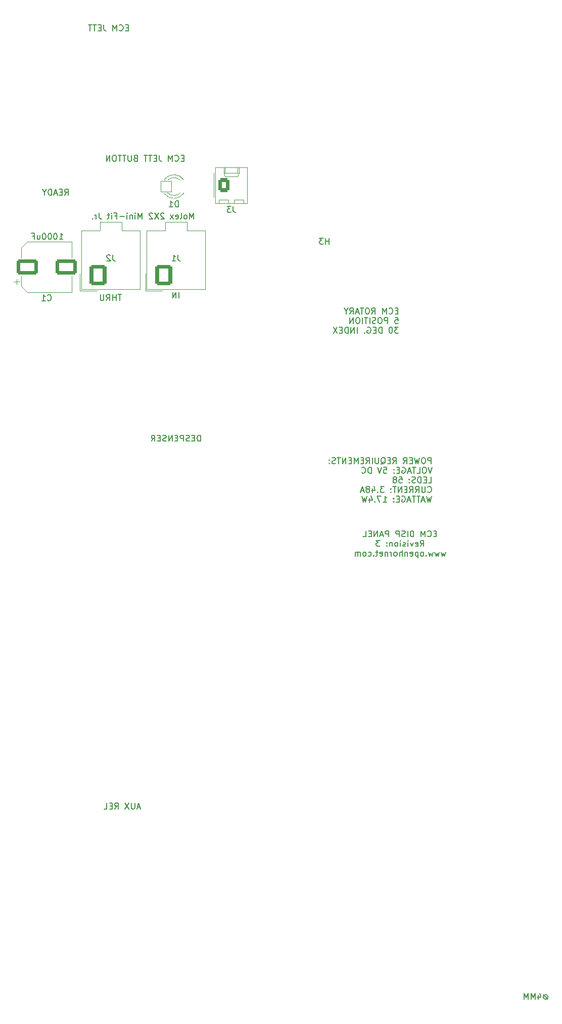
<source format=gbr>
%TF.GenerationSoftware,KiCad,Pcbnew,(6.0.9)*%
%TF.CreationDate,2023-03-29T20:10:42-08:00*%
%TF.ProjectId,ECM DISP PANEL,45434d20-4449-4535-9020-50414e454c2e,3*%
%TF.SameCoordinates,Original*%
%TF.FileFunction,Legend,Bot*%
%TF.FilePolarity,Positive*%
%FSLAX46Y46*%
G04 Gerber Fmt 4.6, Leading zero omitted, Abs format (unit mm)*
G04 Created by KiCad (PCBNEW (6.0.9)) date 2023-03-29 20:10:42*
%MOMM*%
%LPD*%
G01*
G04 APERTURE LIST*
G04 Aperture macros list*
%AMRoundRect*
0 Rectangle with rounded corners*
0 $1 Rounding radius*
0 $2 $3 $4 $5 $6 $7 $8 $9 X,Y pos of 4 corners*
0 Add a 4 corners polygon primitive as box body*
4,1,4,$2,$3,$4,$5,$6,$7,$8,$9,$2,$3,0*
0 Add four circle primitives for the rounded corners*
1,1,$1+$1,$2,$3*
1,1,$1+$1,$4,$5*
1,1,$1+$1,$6,$7*
1,1,$1+$1,$8,$9*
0 Add four rect primitives between the rounded corners*
20,1,$1+$1,$2,$3,$4,$5,0*
20,1,$1+$1,$4,$5,$6,$7,0*
20,1,$1+$1,$6,$7,$8,$9,0*
20,1,$1+$1,$8,$9,$2,$3,0*%
G04 Aperture macros list end*
%ADD10C,0.150000*%
%ADD11C,0.120000*%
%ADD12C,1.800000*%
%ADD13C,4.600000*%
%ADD14RoundRect,0.300001X-1.099999X-1.399999X1.099999X-1.399999X1.099999X1.399999X-1.099999X1.399999X0*%
%ADD15O,2.800000X3.400000*%
%ADD16RoundRect,0.300000X-1.500000X-1.000000X1.500000X-1.000000X1.500000X1.000000X-1.500000X1.000000X0*%
%ADD17RoundRect,0.050000X-0.900000X-0.900000X0.900000X-0.900000X0.900000X0.900000X-0.900000X0.900000X0*%
%ADD18C,1.900000*%
%ADD19RoundRect,0.300000X-0.620000X-0.845000X0.620000X-0.845000X0.620000X0.845000X-0.620000X0.845000X0*%
%ADD20O,1.840000X2.290000*%
G04 APERTURE END LIST*
D10*
X150278885Y-195372076D02*
X150088409Y-195372076D01*
X149897933Y-195467314D01*
X149802695Y-195657790D01*
X149802695Y-195848266D01*
X149897933Y-196038742D01*
X150088409Y-196133980D01*
X150278885Y-196133980D01*
X150469361Y-196038742D01*
X150564600Y-195848266D01*
X150564600Y-195657790D01*
X150469361Y-195467314D01*
X150278885Y-195372076D01*
X149802695Y-195372076D02*
X150564600Y-196133980D01*
X148897933Y-195467314D02*
X148897933Y-196133980D01*
X149136028Y-195086361D02*
X149374123Y-195800647D01*
X148755076Y-195800647D01*
X148374123Y-196133980D02*
X148374123Y-195133980D01*
X148040790Y-195848266D01*
X147707457Y-195133980D01*
X147707457Y-196133980D01*
X147231266Y-196133980D02*
X147231266Y-195133980D01*
X146897933Y-195848266D01*
X146564600Y-195133980D01*
X146564600Y-196133980D01*
X80223904Y-33456571D02*
X79890571Y-33456571D01*
X79747714Y-33980380D02*
X80223904Y-33980380D01*
X80223904Y-32980380D01*
X79747714Y-32980380D01*
X78747714Y-33885142D02*
X78795333Y-33932761D01*
X78938190Y-33980380D01*
X79033428Y-33980380D01*
X79176285Y-33932761D01*
X79271523Y-33837523D01*
X79319142Y-33742285D01*
X79366761Y-33551809D01*
X79366761Y-33408952D01*
X79319142Y-33218476D01*
X79271523Y-33123238D01*
X79176285Y-33028000D01*
X79033428Y-32980380D01*
X78938190Y-32980380D01*
X78795333Y-33028000D01*
X78747714Y-33075619D01*
X78319142Y-33980380D02*
X78319142Y-32980380D01*
X77985809Y-33694666D01*
X77652476Y-32980380D01*
X77652476Y-33980380D01*
X76128666Y-32980380D02*
X76128666Y-33694666D01*
X76176285Y-33837523D01*
X76271523Y-33932761D01*
X76414380Y-33980380D01*
X76509619Y-33980380D01*
X75652476Y-33456571D02*
X75319142Y-33456571D01*
X75176285Y-33980380D02*
X75652476Y-33980380D01*
X75652476Y-32980380D01*
X75176285Y-32980380D01*
X74890571Y-32980380D02*
X74319142Y-32980380D01*
X74604857Y-33980380D02*
X74604857Y-32980380D01*
X74128666Y-32980380D02*
X73557238Y-32980380D01*
X73842952Y-33980380D02*
X73842952Y-32980380D01*
X69572000Y-61502380D02*
X69905333Y-61026190D01*
X70143428Y-61502380D02*
X70143428Y-60502380D01*
X69762476Y-60502380D01*
X69667238Y-60550000D01*
X69619619Y-60597619D01*
X69572000Y-60692857D01*
X69572000Y-60835714D01*
X69619619Y-60930952D01*
X69667238Y-60978571D01*
X69762476Y-61026190D01*
X70143428Y-61026190D01*
X69143428Y-60978571D02*
X68810095Y-60978571D01*
X68667238Y-61502380D02*
X69143428Y-61502380D01*
X69143428Y-60502380D01*
X68667238Y-60502380D01*
X68286285Y-61216666D02*
X67810095Y-61216666D01*
X68381523Y-61502380D02*
X68048190Y-60502380D01*
X67714857Y-61502380D01*
X67381523Y-61502380D02*
X67381523Y-60502380D01*
X67143428Y-60502380D01*
X67000571Y-60550000D01*
X66905333Y-60645238D01*
X66857714Y-60740476D01*
X66810095Y-60930952D01*
X66810095Y-61073809D01*
X66857714Y-61264285D01*
X66905333Y-61359523D01*
X67000571Y-61454761D01*
X67143428Y-61502380D01*
X67381523Y-61502380D01*
X66191047Y-61026190D02*
X66191047Y-61502380D01*
X66524380Y-60502380D02*
X66191047Y-61026190D01*
X65857714Y-60502380D01*
X79083333Y-78152380D02*
X78511904Y-78152380D01*
X78797619Y-79152380D02*
X78797619Y-78152380D01*
X78178571Y-79152380D02*
X78178571Y-78152380D01*
X78178571Y-78628571D02*
X77607142Y-78628571D01*
X77607142Y-79152380D02*
X77607142Y-78152380D01*
X76559523Y-79152380D02*
X76892857Y-78676190D01*
X77130952Y-79152380D02*
X77130952Y-78152380D01*
X76750000Y-78152380D01*
X76654761Y-78200000D01*
X76607142Y-78247619D01*
X76559523Y-78342857D01*
X76559523Y-78485714D01*
X76607142Y-78580952D01*
X76654761Y-78628571D01*
X76750000Y-78676190D01*
X77130952Y-78676190D01*
X76130952Y-78152380D02*
X76130952Y-78961904D01*
X76083333Y-79057142D01*
X76035714Y-79104761D01*
X75940476Y-79152380D01*
X75750000Y-79152380D01*
X75654761Y-79104761D01*
X75607142Y-79057142D01*
X75559523Y-78961904D01*
X75559523Y-78152380D01*
X91152380Y-65502380D02*
X91152380Y-64502380D01*
X90819047Y-65216666D01*
X90485714Y-64502380D01*
X90485714Y-65502380D01*
X89866666Y-65502380D02*
X89961904Y-65454761D01*
X90009523Y-65407142D01*
X90057142Y-65311904D01*
X90057142Y-65026190D01*
X90009523Y-64930952D01*
X89961904Y-64883333D01*
X89866666Y-64835714D01*
X89723809Y-64835714D01*
X89628571Y-64883333D01*
X89580952Y-64930952D01*
X89533333Y-65026190D01*
X89533333Y-65311904D01*
X89580952Y-65407142D01*
X89628571Y-65454761D01*
X89723809Y-65502380D01*
X89866666Y-65502380D01*
X88961904Y-65502380D02*
X89057142Y-65454761D01*
X89104761Y-65359523D01*
X89104761Y-64502380D01*
X88200000Y-65454761D02*
X88295238Y-65502380D01*
X88485714Y-65502380D01*
X88580952Y-65454761D01*
X88628571Y-65359523D01*
X88628571Y-64978571D01*
X88580952Y-64883333D01*
X88485714Y-64835714D01*
X88295238Y-64835714D01*
X88200000Y-64883333D01*
X88152380Y-64978571D01*
X88152380Y-65073809D01*
X88628571Y-65169047D01*
X87819047Y-65502380D02*
X87295238Y-64835714D01*
X87819047Y-64835714D02*
X87295238Y-65502380D01*
X86200000Y-64597619D02*
X86152380Y-64550000D01*
X86057142Y-64502380D01*
X85819047Y-64502380D01*
X85723809Y-64550000D01*
X85676190Y-64597619D01*
X85628571Y-64692857D01*
X85628571Y-64788095D01*
X85676190Y-64930952D01*
X86247619Y-65502380D01*
X85628571Y-65502380D01*
X85295238Y-64502380D02*
X84628571Y-65502380D01*
X84628571Y-64502380D02*
X85295238Y-65502380D01*
X84295238Y-64597619D02*
X84247619Y-64550000D01*
X84152380Y-64502380D01*
X83914285Y-64502380D01*
X83819047Y-64550000D01*
X83771428Y-64597619D01*
X83723809Y-64692857D01*
X83723809Y-64788095D01*
X83771428Y-64930952D01*
X84342857Y-65502380D01*
X83723809Y-65502380D01*
X82533333Y-65502380D02*
X82533333Y-64502380D01*
X82200000Y-65216666D01*
X81866666Y-64502380D01*
X81866666Y-65502380D01*
X81390476Y-65502380D02*
X81390476Y-64835714D01*
X81390476Y-64502380D02*
X81438095Y-64550000D01*
X81390476Y-64597619D01*
X81342857Y-64550000D01*
X81390476Y-64502380D01*
X81390476Y-64597619D01*
X80914285Y-64835714D02*
X80914285Y-65502380D01*
X80914285Y-64930952D02*
X80866666Y-64883333D01*
X80771428Y-64835714D01*
X80628571Y-64835714D01*
X80533333Y-64883333D01*
X80485714Y-64978571D01*
X80485714Y-65502380D01*
X80009523Y-65502380D02*
X80009523Y-64835714D01*
X80009523Y-64502380D02*
X80057142Y-64550000D01*
X80009523Y-64597619D01*
X79961904Y-64550000D01*
X80009523Y-64502380D01*
X80009523Y-64597619D01*
X79533333Y-65121428D02*
X78771428Y-65121428D01*
X77961904Y-64978571D02*
X78295238Y-64978571D01*
X78295238Y-65502380D02*
X78295238Y-64502380D01*
X77819047Y-64502380D01*
X77438095Y-65502380D02*
X77438095Y-64835714D01*
X77438095Y-64502380D02*
X77485714Y-64550000D01*
X77438095Y-64597619D01*
X77390476Y-64550000D01*
X77438095Y-64502380D01*
X77438095Y-64597619D01*
X77104761Y-64835714D02*
X76723809Y-64835714D01*
X76961904Y-64502380D02*
X76961904Y-65359523D01*
X76914285Y-65454761D01*
X76819047Y-65502380D01*
X76723809Y-65502380D01*
X75342857Y-64502380D02*
X75342857Y-65216666D01*
X75390476Y-65359523D01*
X75485714Y-65454761D01*
X75628571Y-65502380D01*
X75723809Y-65502380D01*
X74866666Y-65502380D02*
X74866666Y-64835714D01*
X74866666Y-65026190D02*
X74819047Y-64930952D01*
X74771428Y-64883333D01*
X74676190Y-64835714D01*
X74580952Y-64835714D01*
X74247619Y-65407142D02*
X74200000Y-65454761D01*
X74247619Y-65502380D01*
X74295238Y-65454761D01*
X74247619Y-65407142D01*
X74247619Y-65502380D01*
X88723809Y-78752380D02*
X88723809Y-77752380D01*
X88247619Y-78752380D02*
X88247619Y-77752380D01*
X87676190Y-78752380D01*
X87676190Y-77752380D01*
X131850600Y-118189693D02*
X131517267Y-118189693D01*
X131374410Y-118713502D02*
X131850600Y-118713502D01*
X131850600Y-117713502D01*
X131374410Y-117713502D01*
X130374410Y-118618264D02*
X130422029Y-118665883D01*
X130564886Y-118713502D01*
X130660124Y-118713502D01*
X130802981Y-118665883D01*
X130898219Y-118570645D01*
X130945838Y-118475407D01*
X130993457Y-118284931D01*
X130993457Y-118142074D01*
X130945838Y-117951598D01*
X130898219Y-117856360D01*
X130802981Y-117761122D01*
X130660124Y-117713502D01*
X130564886Y-117713502D01*
X130422029Y-117761122D01*
X130374410Y-117808741D01*
X129945838Y-118713502D02*
X129945838Y-117713502D01*
X129612505Y-118427788D01*
X129279172Y-117713502D01*
X129279172Y-118713502D01*
X128041076Y-118713502D02*
X128041076Y-117713502D01*
X127802981Y-117713502D01*
X127660124Y-117761122D01*
X127564886Y-117856360D01*
X127517267Y-117951598D01*
X127469648Y-118142074D01*
X127469648Y-118284931D01*
X127517267Y-118475407D01*
X127564886Y-118570645D01*
X127660124Y-118665883D01*
X127802981Y-118713502D01*
X128041076Y-118713502D01*
X127041076Y-118713502D02*
X127041076Y-117713502D01*
X126612505Y-118665883D02*
X126469648Y-118713502D01*
X126231552Y-118713502D01*
X126136314Y-118665883D01*
X126088695Y-118618264D01*
X126041076Y-118523026D01*
X126041076Y-118427788D01*
X126088695Y-118332550D01*
X126136314Y-118284931D01*
X126231552Y-118237312D01*
X126422029Y-118189693D01*
X126517267Y-118142074D01*
X126564886Y-118094455D01*
X126612505Y-117999217D01*
X126612505Y-117903979D01*
X126564886Y-117808741D01*
X126517267Y-117761122D01*
X126422029Y-117713502D01*
X126183933Y-117713502D01*
X126041076Y-117761122D01*
X125612505Y-118713502D02*
X125612505Y-117713502D01*
X125231552Y-117713502D01*
X125136314Y-117761122D01*
X125088695Y-117808741D01*
X125041076Y-117903979D01*
X125041076Y-118046836D01*
X125088695Y-118142074D01*
X125136314Y-118189693D01*
X125231552Y-118237312D01*
X125612505Y-118237312D01*
X123850600Y-118713502D02*
X123850600Y-117713502D01*
X123469648Y-117713502D01*
X123374410Y-117761122D01*
X123326791Y-117808741D01*
X123279172Y-117903979D01*
X123279172Y-118046836D01*
X123326791Y-118142074D01*
X123374410Y-118189693D01*
X123469648Y-118237312D01*
X123850600Y-118237312D01*
X122898219Y-118427788D02*
X122422029Y-118427788D01*
X122993457Y-118713502D02*
X122660124Y-117713502D01*
X122326791Y-118713502D01*
X121993457Y-118713502D02*
X121993457Y-117713502D01*
X121422029Y-118713502D01*
X121422029Y-117713502D01*
X120945838Y-118189693D02*
X120612505Y-118189693D01*
X120469648Y-118713502D02*
X120945838Y-118713502D01*
X120945838Y-117713502D01*
X120469648Y-117713502D01*
X119564886Y-118713502D02*
X120041076Y-118713502D01*
X120041076Y-117713502D01*
X129160124Y-120323502D02*
X129493457Y-119847312D01*
X129731552Y-120323502D02*
X129731552Y-119323502D01*
X129350600Y-119323502D01*
X129255362Y-119371122D01*
X129207743Y-119418741D01*
X129160124Y-119513979D01*
X129160124Y-119656836D01*
X129207743Y-119752074D01*
X129255362Y-119799693D01*
X129350600Y-119847312D01*
X129731552Y-119847312D01*
X128350600Y-120275883D02*
X128445838Y-120323502D01*
X128636314Y-120323502D01*
X128731552Y-120275883D01*
X128779172Y-120180645D01*
X128779172Y-119799693D01*
X128731552Y-119704455D01*
X128636314Y-119656836D01*
X128445838Y-119656836D01*
X128350600Y-119704455D01*
X128302981Y-119799693D01*
X128302981Y-119894931D01*
X128779172Y-119990169D01*
X127969648Y-119656836D02*
X127731552Y-120323502D01*
X127493457Y-119656836D01*
X127112505Y-120323502D02*
X127112505Y-119656836D01*
X127112505Y-119323502D02*
X127160124Y-119371122D01*
X127112505Y-119418741D01*
X127064886Y-119371122D01*
X127112505Y-119323502D01*
X127112505Y-119418741D01*
X126683933Y-120275883D02*
X126588695Y-120323502D01*
X126398219Y-120323502D01*
X126302981Y-120275883D01*
X126255362Y-120180645D01*
X126255362Y-120133026D01*
X126302981Y-120037788D01*
X126398219Y-119990169D01*
X126541076Y-119990169D01*
X126636314Y-119942550D01*
X126683933Y-119847312D01*
X126683933Y-119799693D01*
X126636314Y-119704455D01*
X126541076Y-119656836D01*
X126398219Y-119656836D01*
X126302981Y-119704455D01*
X125826791Y-120323502D02*
X125826791Y-119656836D01*
X125826791Y-119323502D02*
X125874410Y-119371122D01*
X125826791Y-119418741D01*
X125779172Y-119371122D01*
X125826791Y-119323502D01*
X125826791Y-119418741D01*
X125207743Y-120323502D02*
X125302981Y-120275883D01*
X125350600Y-120228264D01*
X125398219Y-120133026D01*
X125398219Y-119847312D01*
X125350600Y-119752074D01*
X125302981Y-119704455D01*
X125207743Y-119656836D01*
X125064886Y-119656836D01*
X124969648Y-119704455D01*
X124922029Y-119752074D01*
X124874410Y-119847312D01*
X124874410Y-120133026D01*
X124922029Y-120228264D01*
X124969648Y-120275883D01*
X125064886Y-120323502D01*
X125207743Y-120323502D01*
X124445838Y-119656836D02*
X124445838Y-120323502D01*
X124445838Y-119752074D02*
X124398219Y-119704455D01*
X124302981Y-119656836D01*
X124160124Y-119656836D01*
X124064886Y-119704455D01*
X124017267Y-119799693D01*
X124017267Y-120323502D01*
X123541076Y-120228264D02*
X123493457Y-120275883D01*
X123541076Y-120323502D01*
X123588695Y-120275883D01*
X123541076Y-120228264D01*
X123541076Y-120323502D01*
X123541076Y-119704455D02*
X123493457Y-119752074D01*
X123541076Y-119799693D01*
X123588695Y-119752074D01*
X123541076Y-119704455D01*
X123541076Y-119799693D01*
X122398219Y-119323502D02*
X121779172Y-119323502D01*
X122112505Y-119704455D01*
X121969648Y-119704455D01*
X121874410Y-119752074D01*
X121826791Y-119799693D01*
X121779172Y-119894931D01*
X121779172Y-120133026D01*
X121826791Y-120228264D01*
X121874410Y-120275883D01*
X121969648Y-120323502D01*
X122255362Y-120323502D01*
X122350600Y-120275883D01*
X122398219Y-120228264D01*
X133398219Y-121266836D02*
X133207743Y-121933502D01*
X133017267Y-121457312D01*
X132826791Y-121933502D01*
X132636314Y-121266836D01*
X132350600Y-121266836D02*
X132160124Y-121933502D01*
X131969648Y-121457312D01*
X131779172Y-121933502D01*
X131588695Y-121266836D01*
X131302981Y-121266836D02*
X131112505Y-121933502D01*
X130922029Y-121457312D01*
X130731552Y-121933502D01*
X130541076Y-121266836D01*
X130160124Y-121838264D02*
X130112505Y-121885883D01*
X130160124Y-121933502D01*
X130207743Y-121885883D01*
X130160124Y-121838264D01*
X130160124Y-121933502D01*
X129541076Y-121933502D02*
X129636314Y-121885883D01*
X129683933Y-121838264D01*
X129731552Y-121743026D01*
X129731552Y-121457312D01*
X129683933Y-121362074D01*
X129636314Y-121314455D01*
X129541076Y-121266836D01*
X129398219Y-121266836D01*
X129302981Y-121314455D01*
X129255362Y-121362074D01*
X129207743Y-121457312D01*
X129207743Y-121743026D01*
X129255362Y-121838264D01*
X129302981Y-121885883D01*
X129398219Y-121933502D01*
X129541076Y-121933502D01*
X128779172Y-121266836D02*
X128779172Y-122266836D01*
X128779172Y-121314455D02*
X128683933Y-121266836D01*
X128493457Y-121266836D01*
X128398219Y-121314455D01*
X128350600Y-121362074D01*
X128302981Y-121457312D01*
X128302981Y-121743026D01*
X128350600Y-121838264D01*
X128398219Y-121885883D01*
X128493457Y-121933502D01*
X128683933Y-121933502D01*
X128779172Y-121885883D01*
X127493457Y-121885883D02*
X127588695Y-121933502D01*
X127779172Y-121933502D01*
X127874410Y-121885883D01*
X127922029Y-121790645D01*
X127922029Y-121409693D01*
X127874410Y-121314455D01*
X127779172Y-121266836D01*
X127588695Y-121266836D01*
X127493457Y-121314455D01*
X127445838Y-121409693D01*
X127445838Y-121504931D01*
X127922029Y-121600169D01*
X127017267Y-121266836D02*
X127017267Y-121933502D01*
X127017267Y-121362074D02*
X126969648Y-121314455D01*
X126874410Y-121266836D01*
X126731552Y-121266836D01*
X126636314Y-121314455D01*
X126588695Y-121409693D01*
X126588695Y-121933502D01*
X126112505Y-121933502D02*
X126112505Y-120933502D01*
X125683933Y-121933502D02*
X125683933Y-121409693D01*
X125731552Y-121314455D01*
X125826791Y-121266836D01*
X125969648Y-121266836D01*
X126064886Y-121314455D01*
X126112505Y-121362074D01*
X125064886Y-121933502D02*
X125160124Y-121885883D01*
X125207743Y-121838264D01*
X125255362Y-121743026D01*
X125255362Y-121457312D01*
X125207743Y-121362074D01*
X125160124Y-121314455D01*
X125064886Y-121266836D01*
X124922029Y-121266836D01*
X124826791Y-121314455D01*
X124779172Y-121362074D01*
X124731552Y-121457312D01*
X124731552Y-121743026D01*
X124779172Y-121838264D01*
X124826791Y-121885883D01*
X124922029Y-121933502D01*
X125064886Y-121933502D01*
X124302981Y-121933502D02*
X124302981Y-121266836D01*
X124302981Y-121457312D02*
X124255362Y-121362074D01*
X124207743Y-121314455D01*
X124112505Y-121266836D01*
X124017267Y-121266836D01*
X123683933Y-121266836D02*
X123683933Y-121933502D01*
X123683933Y-121362074D02*
X123636314Y-121314455D01*
X123541076Y-121266836D01*
X123398219Y-121266836D01*
X123302981Y-121314455D01*
X123255362Y-121409693D01*
X123255362Y-121933502D01*
X122398219Y-121885883D02*
X122493457Y-121933502D01*
X122683933Y-121933502D01*
X122779172Y-121885883D01*
X122826791Y-121790645D01*
X122826791Y-121409693D01*
X122779172Y-121314455D01*
X122683933Y-121266836D01*
X122493457Y-121266836D01*
X122398219Y-121314455D01*
X122350600Y-121409693D01*
X122350600Y-121504931D01*
X122826791Y-121600169D01*
X122064886Y-121266836D02*
X121683933Y-121266836D01*
X121922029Y-120933502D02*
X121922029Y-121790645D01*
X121874410Y-121885883D01*
X121779172Y-121933502D01*
X121683933Y-121933502D01*
X121350600Y-121838264D02*
X121302981Y-121885883D01*
X121350600Y-121933502D01*
X121398219Y-121885883D01*
X121350600Y-121838264D01*
X121350600Y-121933502D01*
X120445838Y-121885883D02*
X120541076Y-121933502D01*
X120731552Y-121933502D01*
X120826791Y-121885883D01*
X120874410Y-121838264D01*
X120922029Y-121743026D01*
X120922029Y-121457312D01*
X120874410Y-121362074D01*
X120826791Y-121314455D01*
X120731552Y-121266836D01*
X120541076Y-121266836D01*
X120445838Y-121314455D01*
X119874410Y-121933502D02*
X119969648Y-121885883D01*
X120017267Y-121838264D01*
X120064886Y-121743026D01*
X120064886Y-121457312D01*
X120017267Y-121362074D01*
X119969648Y-121314455D01*
X119874410Y-121266836D01*
X119731552Y-121266836D01*
X119636314Y-121314455D01*
X119588695Y-121362074D01*
X119541076Y-121457312D01*
X119541076Y-121743026D01*
X119588695Y-121838264D01*
X119636314Y-121885883D01*
X119731552Y-121933502D01*
X119874410Y-121933502D01*
X119112505Y-121933502D02*
X119112505Y-121266836D01*
X119112505Y-121362074D02*
X119064886Y-121314455D01*
X118969648Y-121266836D01*
X118826791Y-121266836D01*
X118731552Y-121314455D01*
X118683933Y-121409693D01*
X118683933Y-121933502D01*
X118683933Y-121409693D02*
X118636314Y-121314455D01*
X118541076Y-121266836D01*
X118398219Y-121266836D01*
X118302981Y-121314455D01*
X118255362Y-121409693D01*
X118255362Y-121933502D01*
X130982404Y-106452380D02*
X130982404Y-105452380D01*
X130601452Y-105452380D01*
X130506214Y-105500000D01*
X130458595Y-105547619D01*
X130410976Y-105642857D01*
X130410976Y-105785714D01*
X130458595Y-105880952D01*
X130506214Y-105928571D01*
X130601452Y-105976190D01*
X130982404Y-105976190D01*
X129791928Y-105452380D02*
X129601452Y-105452380D01*
X129506214Y-105500000D01*
X129410976Y-105595238D01*
X129363357Y-105785714D01*
X129363357Y-106119047D01*
X129410976Y-106309523D01*
X129506214Y-106404761D01*
X129601452Y-106452380D01*
X129791928Y-106452380D01*
X129887166Y-106404761D01*
X129982404Y-106309523D01*
X130030023Y-106119047D01*
X130030023Y-105785714D01*
X129982404Y-105595238D01*
X129887166Y-105500000D01*
X129791928Y-105452380D01*
X129030023Y-105452380D02*
X128791928Y-106452380D01*
X128601452Y-105738095D01*
X128410976Y-106452380D01*
X128172880Y-105452380D01*
X127791928Y-105928571D02*
X127458595Y-105928571D01*
X127315738Y-106452380D02*
X127791928Y-106452380D01*
X127791928Y-105452380D01*
X127315738Y-105452380D01*
X126315738Y-106452380D02*
X126649071Y-105976190D01*
X126887166Y-106452380D02*
X126887166Y-105452380D01*
X126506214Y-105452380D01*
X126410976Y-105500000D01*
X126363357Y-105547619D01*
X126315738Y-105642857D01*
X126315738Y-105785714D01*
X126363357Y-105880952D01*
X126410976Y-105928571D01*
X126506214Y-105976190D01*
X126887166Y-105976190D01*
X124553833Y-106452380D02*
X124887166Y-105976190D01*
X125125261Y-106452380D02*
X125125261Y-105452380D01*
X124744309Y-105452380D01*
X124649071Y-105500000D01*
X124601452Y-105547619D01*
X124553833Y-105642857D01*
X124553833Y-105785714D01*
X124601452Y-105880952D01*
X124649071Y-105928571D01*
X124744309Y-105976190D01*
X125125261Y-105976190D01*
X124125261Y-105928571D02*
X123791928Y-105928571D01*
X123649071Y-106452380D02*
X124125261Y-106452380D01*
X124125261Y-105452380D01*
X123649071Y-105452380D01*
X122553833Y-106547619D02*
X122649071Y-106500000D01*
X122744309Y-106404761D01*
X122887166Y-106261904D01*
X122982404Y-106214285D01*
X123077642Y-106214285D01*
X123030023Y-106452380D02*
X123125261Y-106404761D01*
X123220500Y-106309523D01*
X123268119Y-106119047D01*
X123268119Y-105785714D01*
X123220500Y-105595238D01*
X123125261Y-105500000D01*
X123030023Y-105452380D01*
X122839547Y-105452380D01*
X122744309Y-105500000D01*
X122649071Y-105595238D01*
X122601452Y-105785714D01*
X122601452Y-106119047D01*
X122649071Y-106309523D01*
X122744309Y-106404761D01*
X122839547Y-106452380D01*
X123030023Y-106452380D01*
X122172880Y-105452380D02*
X122172880Y-106261904D01*
X122125261Y-106357142D01*
X122077642Y-106404761D01*
X121982404Y-106452380D01*
X121791928Y-106452380D01*
X121696690Y-106404761D01*
X121649071Y-106357142D01*
X121601452Y-106261904D01*
X121601452Y-105452380D01*
X121125261Y-106452380D02*
X121125261Y-105452380D01*
X120077642Y-106452380D02*
X120410976Y-105976190D01*
X120649071Y-106452380D02*
X120649071Y-105452380D01*
X120268119Y-105452380D01*
X120172880Y-105500000D01*
X120125261Y-105547619D01*
X120077642Y-105642857D01*
X120077642Y-105785714D01*
X120125261Y-105880952D01*
X120172880Y-105928571D01*
X120268119Y-105976190D01*
X120649071Y-105976190D01*
X119649071Y-105928571D02*
X119315738Y-105928571D01*
X119172880Y-106452380D02*
X119649071Y-106452380D01*
X119649071Y-105452380D01*
X119172880Y-105452380D01*
X118744309Y-106452380D02*
X118744309Y-105452380D01*
X118410976Y-106166666D01*
X118077642Y-105452380D01*
X118077642Y-106452380D01*
X117601452Y-105928571D02*
X117268119Y-105928571D01*
X117125261Y-106452380D02*
X117601452Y-106452380D01*
X117601452Y-105452380D01*
X117125261Y-105452380D01*
X116696690Y-106452380D02*
X116696690Y-105452380D01*
X116125261Y-106452380D01*
X116125261Y-105452380D01*
X115791928Y-105452380D02*
X115220500Y-105452380D01*
X115506214Y-106452380D02*
X115506214Y-105452380D01*
X114934785Y-106404761D02*
X114791928Y-106452380D01*
X114553833Y-106452380D01*
X114458595Y-106404761D01*
X114410976Y-106357142D01*
X114363357Y-106261904D01*
X114363357Y-106166666D01*
X114410976Y-106071428D01*
X114458595Y-106023809D01*
X114553833Y-105976190D01*
X114744309Y-105928571D01*
X114839547Y-105880952D01*
X114887166Y-105833333D01*
X114934785Y-105738095D01*
X114934785Y-105642857D01*
X114887166Y-105547619D01*
X114839547Y-105500000D01*
X114744309Y-105452380D01*
X114506214Y-105452380D01*
X114363357Y-105500000D01*
X113934785Y-106357142D02*
X113887166Y-106404761D01*
X113934785Y-106452380D01*
X113982404Y-106404761D01*
X113934785Y-106357142D01*
X113934785Y-106452380D01*
X113934785Y-105833333D02*
X113887166Y-105880952D01*
X113934785Y-105928571D01*
X113982404Y-105880952D01*
X113934785Y-105833333D01*
X113934785Y-105928571D01*
X131125261Y-107062380D02*
X130791928Y-108062380D01*
X130458595Y-107062380D01*
X129934785Y-107062380D02*
X129744309Y-107062380D01*
X129649071Y-107110000D01*
X129553833Y-107205238D01*
X129506214Y-107395714D01*
X129506214Y-107729047D01*
X129553833Y-107919523D01*
X129649071Y-108014761D01*
X129744309Y-108062380D01*
X129934785Y-108062380D01*
X130030023Y-108014761D01*
X130125261Y-107919523D01*
X130172880Y-107729047D01*
X130172880Y-107395714D01*
X130125261Y-107205238D01*
X130030023Y-107110000D01*
X129934785Y-107062380D01*
X128601452Y-108062380D02*
X129077642Y-108062380D01*
X129077642Y-107062380D01*
X128410976Y-107062380D02*
X127839547Y-107062380D01*
X128125261Y-108062380D02*
X128125261Y-107062380D01*
X127553833Y-107776666D02*
X127077642Y-107776666D01*
X127649071Y-108062380D02*
X127315738Y-107062380D01*
X126982404Y-108062380D01*
X126125261Y-107110000D02*
X126220500Y-107062380D01*
X126363357Y-107062380D01*
X126506214Y-107110000D01*
X126601452Y-107205238D01*
X126649071Y-107300476D01*
X126696690Y-107490952D01*
X126696690Y-107633809D01*
X126649071Y-107824285D01*
X126601452Y-107919523D01*
X126506214Y-108014761D01*
X126363357Y-108062380D01*
X126268119Y-108062380D01*
X126125261Y-108014761D01*
X126077642Y-107967142D01*
X126077642Y-107633809D01*
X126268119Y-107633809D01*
X125649071Y-107538571D02*
X125315738Y-107538571D01*
X125172880Y-108062380D02*
X125649071Y-108062380D01*
X125649071Y-107062380D01*
X125172880Y-107062380D01*
X124744309Y-107967142D02*
X124696690Y-108014761D01*
X124744309Y-108062380D01*
X124791928Y-108014761D01*
X124744309Y-107967142D01*
X124744309Y-108062380D01*
X124744309Y-107443333D02*
X124696690Y-107490952D01*
X124744309Y-107538571D01*
X124791928Y-107490952D01*
X124744309Y-107443333D01*
X124744309Y-107538571D01*
X123030023Y-107062380D02*
X123506214Y-107062380D01*
X123553833Y-107538571D01*
X123506214Y-107490952D01*
X123410976Y-107443333D01*
X123172880Y-107443333D01*
X123077642Y-107490952D01*
X123030023Y-107538571D01*
X122982404Y-107633809D01*
X122982404Y-107871904D01*
X123030023Y-107967142D01*
X123077642Y-108014761D01*
X123172880Y-108062380D01*
X123410976Y-108062380D01*
X123506214Y-108014761D01*
X123553833Y-107967142D01*
X122696690Y-107062380D02*
X122363357Y-108062380D01*
X122030023Y-107062380D01*
X120934785Y-108062380D02*
X120934785Y-107062380D01*
X120696690Y-107062380D01*
X120553833Y-107110000D01*
X120458595Y-107205238D01*
X120410976Y-107300476D01*
X120363357Y-107490952D01*
X120363357Y-107633809D01*
X120410976Y-107824285D01*
X120458595Y-107919523D01*
X120553833Y-108014761D01*
X120696690Y-108062380D01*
X120934785Y-108062380D01*
X119363357Y-107967142D02*
X119410976Y-108014761D01*
X119553833Y-108062380D01*
X119649071Y-108062380D01*
X119791928Y-108014761D01*
X119887166Y-107919523D01*
X119934785Y-107824285D01*
X119982404Y-107633809D01*
X119982404Y-107490952D01*
X119934785Y-107300476D01*
X119887166Y-107205238D01*
X119791928Y-107110000D01*
X119649071Y-107062380D01*
X119553833Y-107062380D01*
X119410976Y-107110000D01*
X119363357Y-107157619D01*
X130506214Y-109672380D02*
X130982404Y-109672380D01*
X130982404Y-108672380D01*
X130172880Y-109148571D02*
X129839547Y-109148571D01*
X129696690Y-109672380D02*
X130172880Y-109672380D01*
X130172880Y-108672380D01*
X129696690Y-108672380D01*
X129268119Y-109672380D02*
X129268119Y-108672380D01*
X129030023Y-108672380D01*
X128887166Y-108720000D01*
X128791928Y-108815238D01*
X128744309Y-108910476D01*
X128696690Y-109100952D01*
X128696690Y-109243809D01*
X128744309Y-109434285D01*
X128791928Y-109529523D01*
X128887166Y-109624761D01*
X129030023Y-109672380D01*
X129268119Y-109672380D01*
X128315738Y-109624761D02*
X128172880Y-109672380D01*
X127934785Y-109672380D01*
X127839547Y-109624761D01*
X127791928Y-109577142D01*
X127744309Y-109481904D01*
X127744309Y-109386666D01*
X127791928Y-109291428D01*
X127839547Y-109243809D01*
X127934785Y-109196190D01*
X128125261Y-109148571D01*
X128220500Y-109100952D01*
X128268119Y-109053333D01*
X128315738Y-108958095D01*
X128315738Y-108862857D01*
X128268119Y-108767619D01*
X128220500Y-108720000D01*
X128125261Y-108672380D01*
X127887166Y-108672380D01*
X127744309Y-108720000D01*
X127315738Y-109577142D02*
X127268119Y-109624761D01*
X127315738Y-109672380D01*
X127363357Y-109624761D01*
X127315738Y-109577142D01*
X127315738Y-109672380D01*
X127315738Y-109053333D02*
X127268119Y-109100952D01*
X127315738Y-109148571D01*
X127363357Y-109100952D01*
X127315738Y-109053333D01*
X127315738Y-109148571D01*
X125601452Y-108672380D02*
X126077642Y-108672380D01*
X126125261Y-109148571D01*
X126077642Y-109100952D01*
X125982404Y-109053333D01*
X125744309Y-109053333D01*
X125649071Y-109100952D01*
X125601452Y-109148571D01*
X125553833Y-109243809D01*
X125553833Y-109481904D01*
X125601452Y-109577142D01*
X125649071Y-109624761D01*
X125744309Y-109672380D01*
X125982404Y-109672380D01*
X126077642Y-109624761D01*
X126125261Y-109577142D01*
X124982404Y-109100952D02*
X125077642Y-109053333D01*
X125125261Y-109005714D01*
X125172880Y-108910476D01*
X125172880Y-108862857D01*
X125125261Y-108767619D01*
X125077642Y-108720000D01*
X124982404Y-108672380D01*
X124791928Y-108672380D01*
X124696690Y-108720000D01*
X124649071Y-108767619D01*
X124601452Y-108862857D01*
X124601452Y-108910476D01*
X124649071Y-109005714D01*
X124696690Y-109053333D01*
X124791928Y-109100952D01*
X124982404Y-109100952D01*
X125077642Y-109148571D01*
X125125261Y-109196190D01*
X125172880Y-109291428D01*
X125172880Y-109481904D01*
X125125261Y-109577142D01*
X125077642Y-109624761D01*
X124982404Y-109672380D01*
X124791928Y-109672380D01*
X124696690Y-109624761D01*
X124649071Y-109577142D01*
X124601452Y-109481904D01*
X124601452Y-109291428D01*
X124649071Y-109196190D01*
X124696690Y-109148571D01*
X124791928Y-109100952D01*
X130410976Y-111187142D02*
X130458595Y-111234761D01*
X130601452Y-111282380D01*
X130696690Y-111282380D01*
X130839547Y-111234761D01*
X130934785Y-111139523D01*
X130982404Y-111044285D01*
X131030023Y-110853809D01*
X131030023Y-110710952D01*
X130982404Y-110520476D01*
X130934785Y-110425238D01*
X130839547Y-110330000D01*
X130696690Y-110282380D01*
X130601452Y-110282380D01*
X130458595Y-110330000D01*
X130410976Y-110377619D01*
X129982404Y-110282380D02*
X129982404Y-111091904D01*
X129934785Y-111187142D01*
X129887166Y-111234761D01*
X129791928Y-111282380D01*
X129601452Y-111282380D01*
X129506214Y-111234761D01*
X129458595Y-111187142D01*
X129410976Y-111091904D01*
X129410976Y-110282380D01*
X128363357Y-111282380D02*
X128696690Y-110806190D01*
X128934785Y-111282380D02*
X128934785Y-110282380D01*
X128553833Y-110282380D01*
X128458595Y-110330000D01*
X128410976Y-110377619D01*
X128363357Y-110472857D01*
X128363357Y-110615714D01*
X128410976Y-110710952D01*
X128458595Y-110758571D01*
X128553833Y-110806190D01*
X128934785Y-110806190D01*
X127363357Y-111282380D02*
X127696690Y-110806190D01*
X127934785Y-111282380D02*
X127934785Y-110282380D01*
X127553833Y-110282380D01*
X127458595Y-110330000D01*
X127410976Y-110377619D01*
X127363357Y-110472857D01*
X127363357Y-110615714D01*
X127410976Y-110710952D01*
X127458595Y-110758571D01*
X127553833Y-110806190D01*
X127934785Y-110806190D01*
X126934785Y-110758571D02*
X126601452Y-110758571D01*
X126458595Y-111282380D02*
X126934785Y-111282380D01*
X126934785Y-110282380D01*
X126458595Y-110282380D01*
X126030023Y-111282380D02*
X126030023Y-110282380D01*
X125458595Y-111282380D01*
X125458595Y-110282380D01*
X125125261Y-110282380D02*
X124553833Y-110282380D01*
X124839547Y-111282380D02*
X124839547Y-110282380D01*
X124220500Y-111187142D02*
X124172880Y-111234761D01*
X124220500Y-111282380D01*
X124268119Y-111234761D01*
X124220500Y-111187142D01*
X124220500Y-111282380D01*
X124220500Y-110663333D02*
X124172880Y-110710952D01*
X124220500Y-110758571D01*
X124268119Y-110710952D01*
X124220500Y-110663333D01*
X124220500Y-110758571D01*
X123077642Y-110282380D02*
X122458595Y-110282380D01*
X122791928Y-110663333D01*
X122649071Y-110663333D01*
X122553833Y-110710952D01*
X122506214Y-110758571D01*
X122458595Y-110853809D01*
X122458595Y-111091904D01*
X122506214Y-111187142D01*
X122553833Y-111234761D01*
X122649071Y-111282380D01*
X122934785Y-111282380D01*
X123030023Y-111234761D01*
X123077642Y-111187142D01*
X122030023Y-111187142D02*
X121982404Y-111234761D01*
X122030023Y-111282380D01*
X122077642Y-111234761D01*
X122030023Y-111187142D01*
X122030023Y-111282380D01*
X121125261Y-110615714D02*
X121125261Y-111282380D01*
X121363357Y-110234761D02*
X121601452Y-110949047D01*
X120982404Y-110949047D01*
X120458595Y-110710952D02*
X120553833Y-110663333D01*
X120601452Y-110615714D01*
X120649071Y-110520476D01*
X120649071Y-110472857D01*
X120601452Y-110377619D01*
X120553833Y-110330000D01*
X120458595Y-110282380D01*
X120268119Y-110282380D01*
X120172880Y-110330000D01*
X120125261Y-110377619D01*
X120077642Y-110472857D01*
X120077642Y-110520476D01*
X120125261Y-110615714D01*
X120172880Y-110663333D01*
X120268119Y-110710952D01*
X120458595Y-110710952D01*
X120553833Y-110758571D01*
X120601452Y-110806190D01*
X120649071Y-110901428D01*
X120649071Y-111091904D01*
X120601452Y-111187142D01*
X120553833Y-111234761D01*
X120458595Y-111282380D01*
X120268119Y-111282380D01*
X120172880Y-111234761D01*
X120125261Y-111187142D01*
X120077642Y-111091904D01*
X120077642Y-110901428D01*
X120125261Y-110806190D01*
X120172880Y-110758571D01*
X120268119Y-110710952D01*
X119696690Y-110996666D02*
X119220500Y-110996666D01*
X119791928Y-111282380D02*
X119458595Y-110282380D01*
X119125261Y-111282380D01*
X131077642Y-111892380D02*
X130839547Y-112892380D01*
X130649071Y-112178095D01*
X130458595Y-112892380D01*
X130220500Y-111892380D01*
X129887166Y-112606666D02*
X129410976Y-112606666D01*
X129982404Y-112892380D02*
X129649071Y-111892380D01*
X129315738Y-112892380D01*
X129125261Y-111892380D02*
X128553833Y-111892380D01*
X128839547Y-112892380D02*
X128839547Y-111892380D01*
X128363357Y-111892380D02*
X127791928Y-111892380D01*
X128077642Y-112892380D02*
X128077642Y-111892380D01*
X127506214Y-112606666D02*
X127030023Y-112606666D01*
X127601452Y-112892380D02*
X127268119Y-111892380D01*
X126934785Y-112892380D01*
X126077642Y-111940000D02*
X126172880Y-111892380D01*
X126315738Y-111892380D01*
X126458595Y-111940000D01*
X126553833Y-112035238D01*
X126601452Y-112130476D01*
X126649071Y-112320952D01*
X126649071Y-112463809D01*
X126601452Y-112654285D01*
X126553833Y-112749523D01*
X126458595Y-112844761D01*
X126315738Y-112892380D01*
X126220500Y-112892380D01*
X126077642Y-112844761D01*
X126030023Y-112797142D01*
X126030023Y-112463809D01*
X126220500Y-112463809D01*
X125601452Y-112368571D02*
X125268119Y-112368571D01*
X125125261Y-112892380D02*
X125601452Y-112892380D01*
X125601452Y-111892380D01*
X125125261Y-111892380D01*
X124696690Y-112797142D02*
X124649071Y-112844761D01*
X124696690Y-112892380D01*
X124744309Y-112844761D01*
X124696690Y-112797142D01*
X124696690Y-112892380D01*
X124696690Y-112273333D02*
X124649071Y-112320952D01*
X124696690Y-112368571D01*
X124744309Y-112320952D01*
X124696690Y-112273333D01*
X124696690Y-112368571D01*
X122934785Y-112892380D02*
X123506214Y-112892380D01*
X123220500Y-112892380D02*
X123220500Y-111892380D01*
X123315738Y-112035238D01*
X123410976Y-112130476D01*
X123506214Y-112178095D01*
X122601452Y-111892380D02*
X121934785Y-111892380D01*
X122363357Y-112892380D01*
X121553833Y-112797142D02*
X121506214Y-112844761D01*
X121553833Y-112892380D01*
X121601452Y-112844761D01*
X121553833Y-112797142D01*
X121553833Y-112892380D01*
X120649071Y-112225714D02*
X120649071Y-112892380D01*
X120887166Y-111844761D02*
X121125261Y-112559047D01*
X120506214Y-112559047D01*
X120220500Y-111892380D02*
X119982404Y-112892380D01*
X119791928Y-112178095D01*
X119601452Y-112892380D01*
X119363357Y-111892380D01*
X92345238Y-102702380D02*
X92345238Y-101702380D01*
X92107142Y-101702380D01*
X91964285Y-101750000D01*
X91869047Y-101845238D01*
X91821428Y-101940476D01*
X91773809Y-102130952D01*
X91773809Y-102273809D01*
X91821428Y-102464285D01*
X91869047Y-102559523D01*
X91964285Y-102654761D01*
X92107142Y-102702380D01*
X92345238Y-102702380D01*
X91345238Y-102178571D02*
X91011904Y-102178571D01*
X90869047Y-102702380D02*
X91345238Y-102702380D01*
X91345238Y-101702380D01*
X90869047Y-101702380D01*
X90488095Y-102654761D02*
X90345238Y-102702380D01*
X90107142Y-102702380D01*
X90011904Y-102654761D01*
X89964285Y-102607142D01*
X89916666Y-102511904D01*
X89916666Y-102416666D01*
X89964285Y-102321428D01*
X90011904Y-102273809D01*
X90107142Y-102226190D01*
X90297619Y-102178571D01*
X90392857Y-102130952D01*
X90440476Y-102083333D01*
X90488095Y-101988095D01*
X90488095Y-101892857D01*
X90440476Y-101797619D01*
X90392857Y-101750000D01*
X90297619Y-101702380D01*
X90059523Y-101702380D01*
X89916666Y-101750000D01*
X89488095Y-102702380D02*
X89488095Y-101702380D01*
X89107142Y-101702380D01*
X89011904Y-101750000D01*
X88964285Y-101797619D01*
X88916666Y-101892857D01*
X88916666Y-102035714D01*
X88964285Y-102130952D01*
X89011904Y-102178571D01*
X89107142Y-102226190D01*
X89488095Y-102226190D01*
X88488095Y-102178571D02*
X88154761Y-102178571D01*
X88011904Y-102702380D02*
X88488095Y-102702380D01*
X88488095Y-101702380D01*
X88011904Y-101702380D01*
X87583333Y-102702380D02*
X87583333Y-101702380D01*
X87011904Y-102702380D01*
X87011904Y-101702380D01*
X86583333Y-102654761D02*
X86440476Y-102702380D01*
X86202380Y-102702380D01*
X86107142Y-102654761D01*
X86059523Y-102607142D01*
X86011904Y-102511904D01*
X86011904Y-102416666D01*
X86059523Y-102321428D01*
X86107142Y-102273809D01*
X86202380Y-102226190D01*
X86392857Y-102178571D01*
X86488095Y-102130952D01*
X86535714Y-102083333D01*
X86583333Y-101988095D01*
X86583333Y-101892857D01*
X86535714Y-101797619D01*
X86488095Y-101750000D01*
X86392857Y-101702380D01*
X86154761Y-101702380D01*
X86011904Y-101750000D01*
X85583333Y-102178571D02*
X85250000Y-102178571D01*
X85107142Y-102702380D02*
X85583333Y-102702380D01*
X85583333Y-101702380D01*
X85107142Y-101702380D01*
X84107142Y-102702380D02*
X84440476Y-102226190D01*
X84678571Y-102702380D02*
X84678571Y-101702380D01*
X84297619Y-101702380D01*
X84202380Y-101750000D01*
X84154761Y-101797619D01*
X84107142Y-101892857D01*
X84107142Y-102035714D01*
X84154761Y-102130952D01*
X84202380Y-102178571D01*
X84297619Y-102226190D01*
X84678571Y-102226190D01*
X125394404Y-80868571D02*
X125061071Y-80868571D01*
X124918214Y-81392380D02*
X125394404Y-81392380D01*
X125394404Y-80392380D01*
X124918214Y-80392380D01*
X123918214Y-81297142D02*
X123965833Y-81344761D01*
X124108690Y-81392380D01*
X124203928Y-81392380D01*
X124346785Y-81344761D01*
X124442023Y-81249523D01*
X124489642Y-81154285D01*
X124537261Y-80963809D01*
X124537261Y-80820952D01*
X124489642Y-80630476D01*
X124442023Y-80535238D01*
X124346785Y-80440000D01*
X124203928Y-80392380D01*
X124108690Y-80392380D01*
X123965833Y-80440000D01*
X123918214Y-80487619D01*
X123489642Y-81392380D02*
X123489642Y-80392380D01*
X123156309Y-81106666D01*
X122822976Y-80392380D01*
X122822976Y-81392380D01*
X121013452Y-81392380D02*
X121346785Y-80916190D01*
X121584880Y-81392380D02*
X121584880Y-80392380D01*
X121203928Y-80392380D01*
X121108690Y-80440000D01*
X121061071Y-80487619D01*
X121013452Y-80582857D01*
X121013452Y-80725714D01*
X121061071Y-80820952D01*
X121108690Y-80868571D01*
X121203928Y-80916190D01*
X121584880Y-80916190D01*
X120394404Y-80392380D02*
X120203928Y-80392380D01*
X120108690Y-80440000D01*
X120013452Y-80535238D01*
X119965833Y-80725714D01*
X119965833Y-81059047D01*
X120013452Y-81249523D01*
X120108690Y-81344761D01*
X120203928Y-81392380D01*
X120394404Y-81392380D01*
X120489642Y-81344761D01*
X120584880Y-81249523D01*
X120632500Y-81059047D01*
X120632500Y-80725714D01*
X120584880Y-80535238D01*
X120489642Y-80440000D01*
X120394404Y-80392380D01*
X119680119Y-80392380D02*
X119108690Y-80392380D01*
X119394404Y-81392380D02*
X119394404Y-80392380D01*
X118822976Y-81106666D02*
X118346785Y-81106666D01*
X118918214Y-81392380D02*
X118584880Y-80392380D01*
X118251547Y-81392380D01*
X117346785Y-81392380D02*
X117680119Y-80916190D01*
X117918214Y-81392380D02*
X117918214Y-80392380D01*
X117537261Y-80392380D01*
X117442023Y-80440000D01*
X117394404Y-80487619D01*
X117346785Y-80582857D01*
X117346785Y-80725714D01*
X117394404Y-80820952D01*
X117442023Y-80868571D01*
X117537261Y-80916190D01*
X117918214Y-80916190D01*
X116727738Y-80916190D02*
X116727738Y-81392380D01*
X117061071Y-80392380D02*
X116727738Y-80916190D01*
X116394404Y-80392380D01*
X124918214Y-82002380D02*
X125394404Y-82002380D01*
X125442023Y-82478571D01*
X125394404Y-82430952D01*
X125299166Y-82383333D01*
X125061071Y-82383333D01*
X124965833Y-82430952D01*
X124918214Y-82478571D01*
X124870595Y-82573809D01*
X124870595Y-82811904D01*
X124918214Y-82907142D01*
X124965833Y-82954761D01*
X125061071Y-83002380D01*
X125299166Y-83002380D01*
X125394404Y-82954761D01*
X125442023Y-82907142D01*
X123680119Y-83002380D02*
X123680119Y-82002380D01*
X123299166Y-82002380D01*
X123203928Y-82050000D01*
X123156309Y-82097619D01*
X123108690Y-82192857D01*
X123108690Y-82335714D01*
X123156309Y-82430952D01*
X123203928Y-82478571D01*
X123299166Y-82526190D01*
X123680119Y-82526190D01*
X122489642Y-82002380D02*
X122299166Y-82002380D01*
X122203928Y-82050000D01*
X122108690Y-82145238D01*
X122061071Y-82335714D01*
X122061071Y-82669047D01*
X122108690Y-82859523D01*
X122203928Y-82954761D01*
X122299166Y-83002380D01*
X122489642Y-83002380D01*
X122584880Y-82954761D01*
X122680119Y-82859523D01*
X122727738Y-82669047D01*
X122727738Y-82335714D01*
X122680119Y-82145238D01*
X122584880Y-82050000D01*
X122489642Y-82002380D01*
X121680119Y-82954761D02*
X121537261Y-83002380D01*
X121299166Y-83002380D01*
X121203928Y-82954761D01*
X121156309Y-82907142D01*
X121108690Y-82811904D01*
X121108690Y-82716666D01*
X121156309Y-82621428D01*
X121203928Y-82573809D01*
X121299166Y-82526190D01*
X121489642Y-82478571D01*
X121584880Y-82430952D01*
X121632500Y-82383333D01*
X121680119Y-82288095D01*
X121680119Y-82192857D01*
X121632500Y-82097619D01*
X121584880Y-82050000D01*
X121489642Y-82002380D01*
X121251547Y-82002380D01*
X121108690Y-82050000D01*
X120680119Y-83002380D02*
X120680119Y-82002380D01*
X120346785Y-82002380D02*
X119775357Y-82002380D01*
X120061071Y-83002380D02*
X120061071Y-82002380D01*
X119442023Y-83002380D02*
X119442023Y-82002380D01*
X118775357Y-82002380D02*
X118584880Y-82002380D01*
X118489642Y-82050000D01*
X118394404Y-82145238D01*
X118346785Y-82335714D01*
X118346785Y-82669047D01*
X118394404Y-82859523D01*
X118489642Y-82954761D01*
X118584880Y-83002380D01*
X118775357Y-83002380D01*
X118870595Y-82954761D01*
X118965833Y-82859523D01*
X119013452Y-82669047D01*
X119013452Y-82335714D01*
X118965833Y-82145238D01*
X118870595Y-82050000D01*
X118775357Y-82002380D01*
X117918214Y-83002380D02*
X117918214Y-82002380D01*
X117346785Y-83002380D01*
X117346785Y-82002380D01*
X125489642Y-83612380D02*
X124870595Y-83612380D01*
X125203928Y-83993333D01*
X125061071Y-83993333D01*
X124965833Y-84040952D01*
X124918214Y-84088571D01*
X124870595Y-84183809D01*
X124870595Y-84421904D01*
X124918214Y-84517142D01*
X124965833Y-84564761D01*
X125061071Y-84612380D01*
X125346785Y-84612380D01*
X125442023Y-84564761D01*
X125489642Y-84517142D01*
X124251547Y-83612380D02*
X124156309Y-83612380D01*
X124061071Y-83660000D01*
X124013452Y-83707619D01*
X123965833Y-83802857D01*
X123918214Y-83993333D01*
X123918214Y-84231428D01*
X123965833Y-84421904D01*
X124013452Y-84517142D01*
X124061071Y-84564761D01*
X124156309Y-84612380D01*
X124251547Y-84612380D01*
X124346785Y-84564761D01*
X124394404Y-84517142D01*
X124442023Y-84421904D01*
X124489642Y-84231428D01*
X124489642Y-83993333D01*
X124442023Y-83802857D01*
X124394404Y-83707619D01*
X124346785Y-83660000D01*
X124251547Y-83612380D01*
X122727738Y-84612380D02*
X122727738Y-83612380D01*
X122489642Y-83612380D01*
X122346785Y-83660000D01*
X122251547Y-83755238D01*
X122203928Y-83850476D01*
X122156309Y-84040952D01*
X122156309Y-84183809D01*
X122203928Y-84374285D01*
X122251547Y-84469523D01*
X122346785Y-84564761D01*
X122489642Y-84612380D01*
X122727738Y-84612380D01*
X121727738Y-84088571D02*
X121394404Y-84088571D01*
X121251547Y-84612380D02*
X121727738Y-84612380D01*
X121727738Y-83612380D01*
X121251547Y-83612380D01*
X120299166Y-83660000D02*
X120394404Y-83612380D01*
X120537261Y-83612380D01*
X120680119Y-83660000D01*
X120775357Y-83755238D01*
X120822976Y-83850476D01*
X120870595Y-84040952D01*
X120870595Y-84183809D01*
X120822976Y-84374285D01*
X120775357Y-84469523D01*
X120680119Y-84564761D01*
X120537261Y-84612380D01*
X120442023Y-84612380D01*
X120299166Y-84564761D01*
X120251547Y-84517142D01*
X120251547Y-84183809D01*
X120442023Y-84183809D01*
X119822976Y-84517142D02*
X119775357Y-84564761D01*
X119822976Y-84612380D01*
X119870595Y-84564761D01*
X119822976Y-84517142D01*
X119822976Y-84612380D01*
X118584880Y-84612380D02*
X118584880Y-83612380D01*
X118108690Y-84612380D02*
X118108690Y-83612380D01*
X117537261Y-84612380D01*
X117537261Y-83612380D01*
X117061071Y-84612380D02*
X117061071Y-83612380D01*
X116822976Y-83612380D01*
X116680119Y-83660000D01*
X116584880Y-83755238D01*
X116537261Y-83850476D01*
X116489642Y-84040952D01*
X116489642Y-84183809D01*
X116537261Y-84374285D01*
X116584880Y-84469523D01*
X116680119Y-84564761D01*
X116822976Y-84612380D01*
X117061071Y-84612380D01*
X116061071Y-84088571D02*
X115727738Y-84088571D01*
X115584880Y-84612380D02*
X116061071Y-84612380D01*
X116061071Y-83612380D01*
X115584880Y-83612380D01*
X115251547Y-83612380D02*
X114584880Y-84612380D01*
X114584880Y-83612380D02*
X115251547Y-84612380D01*
X68698809Y-68905380D02*
X69270238Y-68905380D01*
X68984523Y-68905380D02*
X68984523Y-67905380D01*
X69079761Y-68048238D01*
X69175000Y-68143476D01*
X69270238Y-68191095D01*
X68079761Y-67905380D02*
X67984523Y-67905380D01*
X67889285Y-67953000D01*
X67841666Y-68000619D01*
X67794047Y-68095857D01*
X67746428Y-68286333D01*
X67746428Y-68524428D01*
X67794047Y-68714904D01*
X67841666Y-68810142D01*
X67889285Y-68857761D01*
X67984523Y-68905380D01*
X68079761Y-68905380D01*
X68175000Y-68857761D01*
X68222619Y-68810142D01*
X68270238Y-68714904D01*
X68317857Y-68524428D01*
X68317857Y-68286333D01*
X68270238Y-68095857D01*
X68222619Y-68000619D01*
X68175000Y-67953000D01*
X68079761Y-67905380D01*
X67127380Y-67905380D02*
X67032142Y-67905380D01*
X66936904Y-67953000D01*
X66889285Y-68000619D01*
X66841666Y-68095857D01*
X66794047Y-68286333D01*
X66794047Y-68524428D01*
X66841666Y-68714904D01*
X66889285Y-68810142D01*
X66936904Y-68857761D01*
X67032142Y-68905380D01*
X67127380Y-68905380D01*
X67222619Y-68857761D01*
X67270238Y-68810142D01*
X67317857Y-68714904D01*
X67365476Y-68524428D01*
X67365476Y-68286333D01*
X67317857Y-68095857D01*
X67270238Y-68000619D01*
X67222619Y-67953000D01*
X67127380Y-67905380D01*
X66175000Y-67905380D02*
X66079761Y-67905380D01*
X65984523Y-67953000D01*
X65936904Y-68000619D01*
X65889285Y-68095857D01*
X65841666Y-68286333D01*
X65841666Y-68524428D01*
X65889285Y-68714904D01*
X65936904Y-68810142D01*
X65984523Y-68857761D01*
X66079761Y-68905380D01*
X66175000Y-68905380D01*
X66270238Y-68857761D01*
X66317857Y-68810142D01*
X66365476Y-68714904D01*
X66413095Y-68524428D01*
X66413095Y-68286333D01*
X66365476Y-68095857D01*
X66317857Y-68000619D01*
X66270238Y-67953000D01*
X66175000Y-67905380D01*
X64984523Y-68238714D02*
X64984523Y-68905380D01*
X65413095Y-68238714D02*
X65413095Y-68762523D01*
X65365476Y-68857761D01*
X65270238Y-68905380D01*
X65127380Y-68905380D01*
X65032142Y-68857761D01*
X64984523Y-68810142D01*
X64175000Y-68381571D02*
X64508333Y-68381571D01*
X64508333Y-68905380D02*
X64508333Y-67905380D01*
X64032142Y-67905380D01*
X82224190Y-163996666D02*
X81748000Y-163996666D01*
X82319428Y-164282380D02*
X81986095Y-163282380D01*
X81652761Y-164282380D01*
X81319428Y-163282380D02*
X81319428Y-164091904D01*
X81271809Y-164187142D01*
X81224190Y-164234761D01*
X81128952Y-164282380D01*
X80938476Y-164282380D01*
X80843238Y-164234761D01*
X80795619Y-164187142D01*
X80748000Y-164091904D01*
X80748000Y-163282380D01*
X80367047Y-163282380D02*
X79700380Y-164282380D01*
X79700380Y-163282380D02*
X80367047Y-164282380D01*
X77986095Y-164282380D02*
X78319428Y-163806190D01*
X78557523Y-164282380D02*
X78557523Y-163282380D01*
X78176571Y-163282380D01*
X78081333Y-163330000D01*
X78033714Y-163377619D01*
X77986095Y-163472857D01*
X77986095Y-163615714D01*
X78033714Y-163710952D01*
X78081333Y-163758571D01*
X78176571Y-163806190D01*
X78557523Y-163806190D01*
X77557523Y-163758571D02*
X77224190Y-163758571D01*
X77081333Y-164282380D02*
X77557523Y-164282380D01*
X77557523Y-163282380D01*
X77081333Y-163282380D01*
X76176571Y-164282380D02*
X76652761Y-164282380D01*
X76652761Y-163282380D01*
X89534190Y-55300571D02*
X89200857Y-55300571D01*
X89058000Y-55824380D02*
X89534190Y-55824380D01*
X89534190Y-54824380D01*
X89058000Y-54824380D01*
X88058000Y-55729142D02*
X88105619Y-55776761D01*
X88248476Y-55824380D01*
X88343714Y-55824380D01*
X88486571Y-55776761D01*
X88581809Y-55681523D01*
X88629428Y-55586285D01*
X88677047Y-55395809D01*
X88677047Y-55252952D01*
X88629428Y-55062476D01*
X88581809Y-54967238D01*
X88486571Y-54872000D01*
X88343714Y-54824380D01*
X88248476Y-54824380D01*
X88105619Y-54872000D01*
X88058000Y-54919619D01*
X87629428Y-55824380D02*
X87629428Y-54824380D01*
X87296095Y-55538666D01*
X86962761Y-54824380D01*
X86962761Y-55824380D01*
X85438952Y-54824380D02*
X85438952Y-55538666D01*
X85486571Y-55681523D01*
X85581809Y-55776761D01*
X85724666Y-55824380D01*
X85819904Y-55824380D01*
X84962761Y-55300571D02*
X84629428Y-55300571D01*
X84486571Y-55824380D02*
X84962761Y-55824380D01*
X84962761Y-54824380D01*
X84486571Y-54824380D01*
X84200857Y-54824380D02*
X83629428Y-54824380D01*
X83915142Y-55824380D02*
X83915142Y-54824380D01*
X83438952Y-54824380D02*
X82867523Y-54824380D01*
X83153238Y-55824380D02*
X83153238Y-54824380D01*
X81438952Y-55300571D02*
X81296095Y-55348190D01*
X81248476Y-55395809D01*
X81200857Y-55491047D01*
X81200857Y-55633904D01*
X81248476Y-55729142D01*
X81296095Y-55776761D01*
X81391333Y-55824380D01*
X81772285Y-55824380D01*
X81772285Y-54824380D01*
X81438952Y-54824380D01*
X81343714Y-54872000D01*
X81296095Y-54919619D01*
X81248476Y-55014857D01*
X81248476Y-55110095D01*
X81296095Y-55205333D01*
X81343714Y-55252952D01*
X81438952Y-55300571D01*
X81772285Y-55300571D01*
X80772285Y-54824380D02*
X80772285Y-55633904D01*
X80724666Y-55729142D01*
X80677047Y-55776761D01*
X80581809Y-55824380D01*
X80391333Y-55824380D01*
X80296095Y-55776761D01*
X80248476Y-55729142D01*
X80200857Y-55633904D01*
X80200857Y-54824380D01*
X79867523Y-54824380D02*
X79296095Y-54824380D01*
X79581809Y-55824380D02*
X79581809Y-54824380D01*
X79105619Y-54824380D02*
X78534190Y-54824380D01*
X78819904Y-55824380D02*
X78819904Y-54824380D01*
X78010380Y-54824380D02*
X77819904Y-54824380D01*
X77724666Y-54872000D01*
X77629428Y-54967238D01*
X77581809Y-55157714D01*
X77581809Y-55491047D01*
X77629428Y-55681523D01*
X77724666Y-55776761D01*
X77819904Y-55824380D01*
X78010380Y-55824380D01*
X78105619Y-55776761D01*
X78200857Y-55681523D01*
X78248476Y-55491047D01*
X78248476Y-55157714D01*
X78200857Y-54967238D01*
X78105619Y-54872000D01*
X78010380Y-54824380D01*
X77153238Y-55824380D02*
X77153238Y-54824380D01*
X76581809Y-55824380D01*
X76581809Y-54824380D01*
%TO.C,J1*%
X88583333Y-71531756D02*
X88583333Y-72246042D01*
X88630952Y-72388899D01*
X88726190Y-72484137D01*
X88869047Y-72531756D01*
X88964285Y-72531756D01*
X87583333Y-72531756D02*
X88154761Y-72531756D01*
X87869047Y-72531756D02*
X87869047Y-71531756D01*
X87964285Y-71674614D01*
X88059523Y-71769852D01*
X88154761Y-71817471D01*
%TO.C,J2*%
X77633333Y-71531756D02*
X77633333Y-72246042D01*
X77680952Y-72388899D01*
X77776190Y-72484137D01*
X77919047Y-72531756D01*
X78014285Y-72531756D01*
X77204761Y-71626995D02*
X77157142Y-71579376D01*
X77061904Y-71531756D01*
X76823809Y-71531756D01*
X76728571Y-71579376D01*
X76680952Y-71626995D01*
X76633333Y-71722233D01*
X76633333Y-71817471D01*
X76680952Y-71960328D01*
X77252380Y-72531756D01*
X76633333Y-72531756D01*
%TO.C,C1*%
X66714666Y-79090142D02*
X66762285Y-79137761D01*
X66905142Y-79185380D01*
X67000380Y-79185380D01*
X67143238Y-79137761D01*
X67238476Y-79042523D01*
X67286095Y-78947285D01*
X67333714Y-78756809D01*
X67333714Y-78613952D01*
X67286095Y-78423476D01*
X67238476Y-78328238D01*
X67143238Y-78233000D01*
X67000380Y-78185380D01*
X66905142Y-78185380D01*
X66762285Y-78233000D01*
X66714666Y-78280619D01*
X65762285Y-79185380D02*
X66333714Y-79185380D01*
X66048000Y-79185380D02*
X66048000Y-78185380D01*
X66143238Y-78328238D01*
X66238476Y-78423476D01*
X66333714Y-78471095D01*
%TO.C,D1*%
X88622095Y-63483380D02*
X88622095Y-62483380D01*
X88384000Y-62483380D01*
X88241142Y-62531000D01*
X88145904Y-62626238D01*
X88098285Y-62721476D01*
X88050666Y-62911952D01*
X88050666Y-63054809D01*
X88098285Y-63245285D01*
X88145904Y-63340523D01*
X88241142Y-63435761D01*
X88384000Y-63483380D01*
X88622095Y-63483380D01*
X87098285Y-63483380D02*
X87669714Y-63483380D01*
X87384000Y-63483380D02*
X87384000Y-62483380D01*
X87479238Y-62626238D01*
X87574476Y-62721476D01*
X87669714Y-62769095D01*
%TO.C,J3*%
X97816905Y-63397902D02*
X97816905Y-64112188D01*
X97864524Y-64255045D01*
X97959762Y-64350283D01*
X98102619Y-64397902D01*
X98197857Y-64397902D01*
X97435952Y-63397902D02*
X96816905Y-63397902D01*
X97150238Y-63778855D01*
X97007381Y-63778855D01*
X96912143Y-63826474D01*
X96864524Y-63874093D01*
X96816905Y-63969331D01*
X96816905Y-64207426D01*
X96864524Y-64302664D01*
X96912143Y-64350283D01*
X97007381Y-64397902D01*
X97293095Y-64397902D01*
X97388333Y-64350283D01*
X97435952Y-64302664D01*
%TO.C,H3*%
X113866476Y-69714902D02*
X113866476Y-68714902D01*
X113866476Y-69191093D02*
X113295048Y-69191093D01*
X113295048Y-69714902D02*
X113295048Y-68714902D01*
X112914095Y-68714902D02*
X112295048Y-68714902D01*
X112628381Y-69095855D01*
X112485524Y-69095855D01*
X112390286Y-69143474D01*
X112342667Y-69191093D01*
X112295048Y-69286331D01*
X112295048Y-69524426D01*
X112342667Y-69619664D01*
X112390286Y-69667283D01*
X112485524Y-69714902D01*
X112771238Y-69714902D01*
X112866476Y-69667283D01*
X112914095Y-69619664D01*
D11*
%TO.C,J1*%
X93160000Y-77260000D02*
X93160000Y-67440000D01*
X83100000Y-77500000D02*
X83100000Y-74650000D01*
X85950000Y-77500000D02*
X83100000Y-77500000D01*
X86440000Y-67440000D02*
X86440000Y-66040000D01*
X83340000Y-77260000D02*
X83340000Y-67440000D01*
X93160000Y-67440000D02*
X90060000Y-67440000D01*
X88250000Y-77260000D02*
X83340000Y-77260000D01*
X88250000Y-77260000D02*
X93160000Y-77260000D01*
X90060000Y-67440000D02*
X90060000Y-66040000D01*
X83340000Y-67440000D02*
X86440000Y-67440000D01*
X90060000Y-66040000D02*
X88250000Y-66040000D01*
X86440000Y-66040000D02*
X88250000Y-66040000D01*
%TO.C,J2*%
X77300000Y-77260000D02*
X82210000Y-77260000D01*
X72390000Y-67440000D02*
X75490000Y-67440000D01*
X79110000Y-67440000D02*
X79110000Y-66040000D01*
X77300000Y-77260000D02*
X72390000Y-77260000D01*
X79110000Y-66040000D02*
X77300000Y-66040000D01*
X82210000Y-77260000D02*
X82210000Y-67440000D01*
X72390000Y-77260000D02*
X72390000Y-67440000D01*
X72150000Y-77500000D02*
X72150000Y-74650000D01*
X75000000Y-77500000D02*
X72150000Y-77500000D01*
X82210000Y-67440000D02*
X79110000Y-67440000D01*
X75490000Y-66040000D02*
X77300000Y-66040000D01*
X75490000Y-67440000D02*
X75490000Y-66040000D01*
%TO.C,C1*%
X62288000Y-70337437D02*
X63352437Y-69273000D01*
X63352437Y-69273000D02*
X70808000Y-69273000D01*
X61548000Y-76543000D02*
X61548000Y-75543000D01*
X61048000Y-76043000D02*
X62048000Y-76043000D01*
X70808000Y-69273000D02*
X70808000Y-72023000D01*
X62288000Y-76728563D02*
X63352437Y-77793000D01*
X63352437Y-77793000D02*
X70808000Y-77793000D01*
X70808000Y-77793000D02*
X70808000Y-75043000D01*
X62288000Y-76728563D02*
X62288000Y-75043000D01*
X62288000Y-70337437D02*
X62288000Y-72023000D01*
%TO.C,D1*%
X86324000Y-58991000D02*
X86324000Y-58835000D01*
X86324000Y-61307000D02*
X86324000Y-61151000D01*
X89556335Y-58992392D02*
G75*
G03*
X86324000Y-58835484I-1672335J-1078608D01*
G01*
X88925130Y-58991163D02*
G75*
G03*
X86843039Y-58991000I-1041130J-1079837D01*
G01*
X86843039Y-61151000D02*
G75*
G03*
X88925130Y-61150837I1040961J1080000D01*
G01*
X86324000Y-61306516D02*
G75*
G03*
X89556335Y-61149608I1560000J1235516D01*
G01*
%TO.C,J3*%
X97953572Y-62855522D02*
X97953572Y-62255522D01*
X94833572Y-56835522D02*
X100133572Y-56835522D01*
X96213572Y-57835522D02*
X98753572Y-57835522D01*
X95413572Y-62855522D02*
X95413572Y-62255522D01*
X96213572Y-56835522D02*
X96213572Y-57835522D01*
X97013572Y-62255522D02*
X97013572Y-62855522D01*
X98503572Y-56835522D02*
X98503572Y-57835522D01*
X98753572Y-57835522D02*
X98753572Y-56835522D01*
X96463572Y-56835522D02*
X96463572Y-57835522D01*
X96463572Y-58365522D02*
X98503572Y-58365522D01*
X96213572Y-57835522D02*
X96463572Y-58365522D01*
X100133572Y-56835522D02*
X100133572Y-62855522D01*
X95413572Y-62255522D02*
X97013572Y-62255522D01*
X100133572Y-62855522D02*
X94833572Y-62855522D01*
X99553572Y-62255522D02*
X99553572Y-62855522D01*
X98503572Y-58365522D02*
X98753572Y-57835522D01*
X97953572Y-62255522D02*
X99553572Y-62255522D01*
X94833572Y-62855522D02*
X94833572Y-56835522D01*
X94543572Y-61825522D02*
X94543572Y-57825522D01*
%TD*%
%LPC*%
D12*
%TO.C,SW1*%
X73406000Y-37465000D03*
X79906000Y-37465000D03*
X73406000Y-41965000D03*
X79906000Y-41965000D03*
%TD*%
D13*
%TO.C,H1*%
X50977800Y-69748400D03*
%TD*%
%TO.C,H2*%
X49350573Y-14232522D03*
%TD*%
%TO.C,H4*%
X97610573Y-100592522D03*
%TD*%
%TO.C,H5*%
X109829600Y-174244000D03*
%TD*%
%TO.C,H6*%
X142060572Y-145042522D03*
%TD*%
D14*
%TO.C,J1*%
X86150000Y-74900000D03*
D15*
X90350000Y-74900000D03*
X86150000Y-69400000D03*
X90350000Y-69400000D03*
%TD*%
D14*
%TO.C,J2*%
X75200000Y-74900000D03*
D15*
X79400000Y-74900000D03*
X75200000Y-69400000D03*
X79400000Y-69400000D03*
%TD*%
D16*
%TO.C,C1*%
X63298000Y-73533000D03*
X69798000Y-73533000D03*
%TD*%
D17*
%TO.C,D1*%
X86614000Y-60071000D03*
D18*
X89154000Y-60071000D03*
%TD*%
D19*
%TO.C,J3*%
X96213572Y-59825522D03*
D20*
X98753572Y-59825522D03*
%TD*%
D13*
%TO.C,H3*%
X113104572Y-63762522D03*
%TD*%
M02*

</source>
